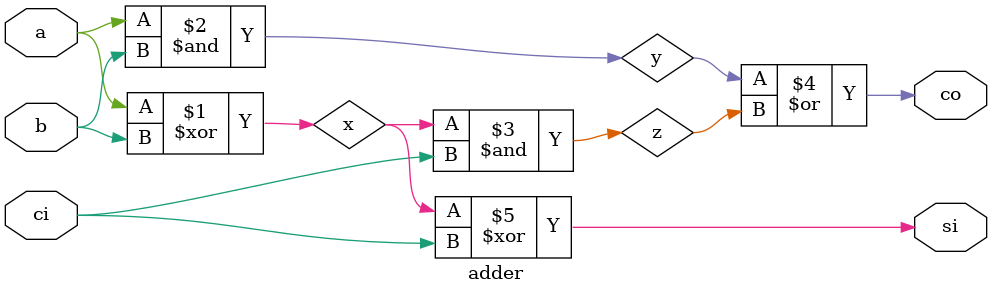
<source format=sv>
module adder(input a,b,ci,output co,si);
  wire x,y,z;
  xor#27 X1(x,a,b);
  and#17 A1(y,a,b);
  and#17 A2(z,x,ci);
  or#21 O1(co,y,z);
  xor#27 X2(si,x,ci);
endmodule

</source>
